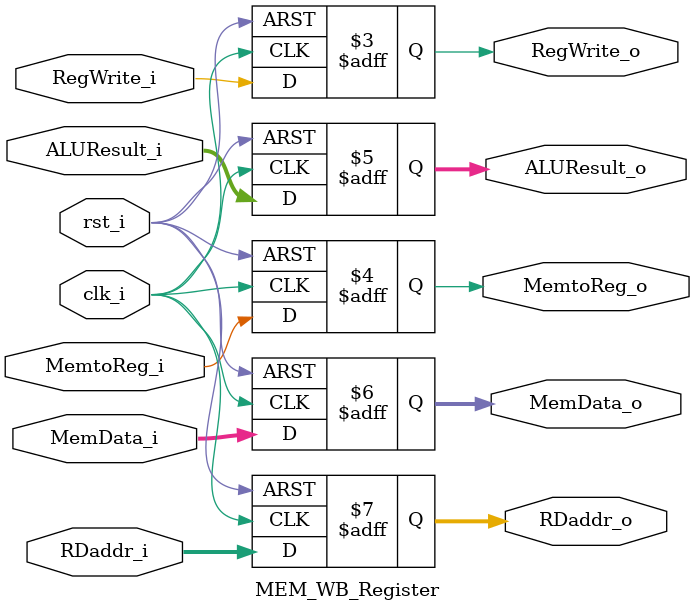
<source format=v>
module MEM_WB_Register
(
    clk_i,
    rst_i,
    RegWrite_i,
    MemtoReg_i,
    ALUResult_i,
    MemData_i,
    RDaddr_i,
    RegWrite_o,
    MemtoReg_o,
    ALUResult_o,
    MemData_o,
    RDaddr_o
);

input clk_i;
input rst_i;
input RegWrite_i;
input MemtoReg_i;
input [31:0] ALUResult_i;
input [31:0] MemData_i;
input [4:0] RDaddr_i;
output RegWrite_o;
output MemtoReg_o;
output [31:0] ALUResult_o;
output [31:0] MemData_o;
output [4:0] RDaddr_o;

reg RegWrite_o;
reg MemtoReg_o;
reg [31:0] ALUResult_o;
reg [31:0] MemData_o;
reg [4:0] RDaddr_o;

always @(posedge clk_i or negedge rst_i) begin
    if (~rst_i) begin
        RegWrite_o <= 0;
        MemtoReg_o <= 0;
        ALUResult_o <= 0;
        MemData_o <= 0;
        RDaddr_o <= 0;
    end
    else begin
        RegWrite_o <= RegWrite_i;
        MemtoReg_o <= MemtoReg_i;
        ALUResult_o <= ALUResult_i;
        MemData_o <= MemData_i;
        RDaddr_o <= RDaddr_i;
    end
end

endmodule
</source>
